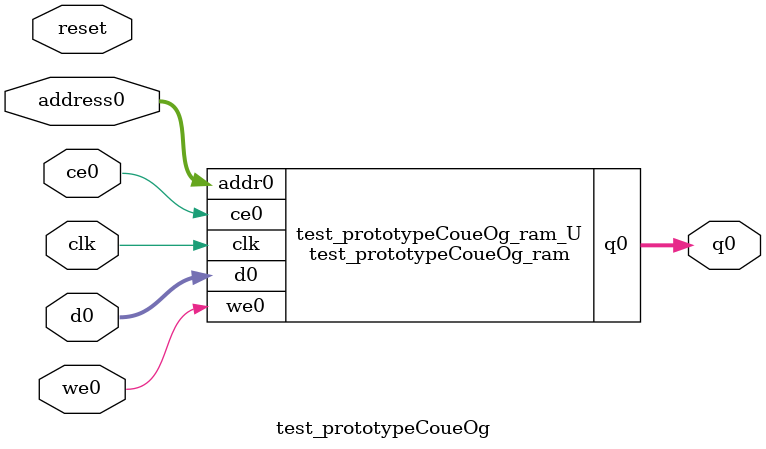
<source format=v>
`timescale 1 ns / 1 ps
module test_prototypeCoueOg_ram (addr0, ce0, d0, we0, q0,  clk);

parameter DWIDTH = 32;
parameter AWIDTH = 18;
parameter MEM_SIZE = 259584;

input[AWIDTH-1:0] addr0;
input ce0;
input[DWIDTH-1:0] d0;
input we0;
output reg[DWIDTH-1:0] q0;
input clk;

(* ram_style = "block" *)reg [DWIDTH-1:0] ram[0:MEM_SIZE-1];




always @(posedge clk)  
begin 
    if (ce0) begin
        if (we0) 
            ram[addr0] <= d0; 
        q0 <= ram[addr0];
    end
end


endmodule

`timescale 1 ns / 1 ps
module test_prototypeCoueOg(
    reset,
    clk,
    address0,
    ce0,
    we0,
    d0,
    q0);

parameter DataWidth = 32'd32;
parameter AddressRange = 32'd259584;
parameter AddressWidth = 32'd18;
input reset;
input clk;
input[AddressWidth - 1:0] address0;
input ce0;
input we0;
input[DataWidth - 1:0] d0;
output[DataWidth - 1:0] q0;



test_prototypeCoueOg_ram test_prototypeCoueOg_ram_U(
    .clk( clk ),
    .addr0( address0 ),
    .ce0( ce0 ),
    .we0( we0 ),
    .d0( d0 ),
    .q0( q0 ));

endmodule


</source>
